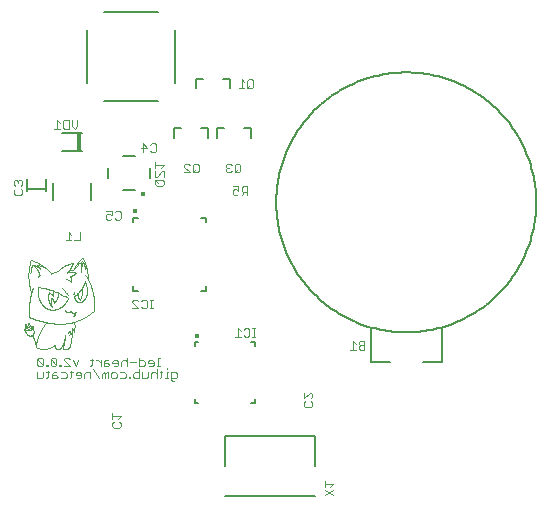
<source format=gbr>
G04 EAGLE Gerber RS-274X export*
G75*
%MOMM*%
%FSLAX34Y34*%
%LPD*%
%AMOC8*
5,1,8,0,0,1.08239X$1,22.5*%
G01*
%ADD10C,0.076200*%
%ADD11C,0.400000*%
%ADD12C,0.127000*%
%ADD13R,0.415000X1.350000*%
%ADD14C,0.100000*%
%ADD15C,0.050000*%
%ADD16R,1.540000X0.250000*%


D10*
X-93355Y-207375D02*
X-94584Y-207375D01*
X-94584Y-214747D01*
X-93355Y-214747D02*
X-95813Y-214747D01*
X-99574Y-214747D02*
X-102031Y-214747D01*
X-99574Y-214747D02*
X-98345Y-213518D01*
X-98345Y-211061D01*
X-99574Y-209832D01*
X-102031Y-209832D01*
X-103260Y-211061D01*
X-103260Y-212290D01*
X-98345Y-212290D01*
X-110744Y-214747D02*
X-110744Y-207375D01*
X-110744Y-214747D02*
X-107058Y-214747D01*
X-105829Y-213518D01*
X-105829Y-211061D01*
X-107058Y-209832D01*
X-110744Y-209832D01*
X-113313Y-211061D02*
X-118228Y-211061D01*
X-120797Y-207375D02*
X-120797Y-214747D01*
X-120797Y-211061D02*
X-122026Y-209832D01*
X-124484Y-209832D01*
X-125712Y-211061D01*
X-125712Y-214747D01*
X-129510Y-214747D02*
X-131968Y-214747D01*
X-129510Y-214747D02*
X-128282Y-213518D01*
X-128282Y-211061D01*
X-129510Y-209832D01*
X-131968Y-209832D01*
X-133196Y-211061D01*
X-133196Y-212290D01*
X-128282Y-212290D01*
X-136994Y-209832D02*
X-139452Y-209832D01*
X-140681Y-211061D01*
X-140681Y-214747D01*
X-136994Y-214747D01*
X-135766Y-213518D01*
X-136994Y-212290D01*
X-140681Y-212290D01*
X-143250Y-214747D02*
X-143250Y-209832D01*
X-145707Y-209832D02*
X-143250Y-212290D01*
X-145707Y-209832D02*
X-146936Y-209832D01*
X-150715Y-208603D02*
X-150715Y-213518D01*
X-151944Y-214747D01*
X-151944Y-209832D02*
X-149487Y-209832D01*
X-161960Y-209832D02*
X-164418Y-214747D01*
X-166875Y-209832D01*
X-169444Y-214747D02*
X-174359Y-214747D01*
X-169444Y-214747D02*
X-174359Y-209832D01*
X-174359Y-208603D01*
X-173131Y-207375D01*
X-170673Y-207375D01*
X-169444Y-208603D01*
X-176929Y-213518D02*
X-176929Y-214747D01*
X-176929Y-213518D02*
X-178157Y-213518D01*
X-178157Y-214747D01*
X-176929Y-214747D01*
X-180671Y-213518D02*
X-180671Y-208603D01*
X-181899Y-207375D01*
X-184357Y-207375D01*
X-185585Y-208603D01*
X-185585Y-213518D01*
X-184357Y-214747D01*
X-181899Y-214747D01*
X-180671Y-213518D01*
X-185585Y-208603D01*
X-188155Y-213518D02*
X-188155Y-214747D01*
X-188155Y-213518D02*
X-189383Y-213518D01*
X-189383Y-214747D01*
X-188155Y-214747D01*
X-191897Y-213518D02*
X-191897Y-208603D01*
X-193126Y-207375D01*
X-195583Y-207375D01*
X-196812Y-208603D01*
X-196812Y-213518D01*
X-195583Y-214747D01*
X-193126Y-214747D01*
X-191897Y-213518D01*
X-196812Y-208603D01*
X-82073Y-227204D02*
X-80845Y-227204D01*
X-82073Y-227204D02*
X-83302Y-225976D01*
X-83302Y-219832D01*
X-79616Y-219832D01*
X-78387Y-221061D01*
X-78387Y-223518D01*
X-79616Y-224747D01*
X-83302Y-224747D01*
X-85871Y-219832D02*
X-87100Y-219832D01*
X-87100Y-224747D01*
X-85871Y-224747D02*
X-88329Y-224747D01*
X-87100Y-217375D02*
X-87100Y-216146D01*
X-92089Y-218603D02*
X-92089Y-223518D01*
X-93318Y-224747D01*
X-93318Y-219832D02*
X-90861Y-219832D01*
X-95850Y-217375D02*
X-95850Y-224747D01*
X-95850Y-221061D02*
X-97079Y-219832D01*
X-99536Y-219832D01*
X-100765Y-221061D01*
X-100765Y-224747D01*
X-103334Y-223518D02*
X-103334Y-219832D01*
X-103334Y-223518D02*
X-104563Y-224747D01*
X-108249Y-224747D01*
X-108249Y-219832D01*
X-110819Y-217375D02*
X-110819Y-224747D01*
X-114505Y-224747D01*
X-115733Y-223518D01*
X-115733Y-221061D01*
X-114505Y-219832D01*
X-110819Y-219832D01*
X-118303Y-223518D02*
X-118303Y-224747D01*
X-118303Y-223518D02*
X-119531Y-223518D01*
X-119531Y-224747D01*
X-118303Y-224747D01*
X-123273Y-219832D02*
X-126960Y-219832D01*
X-123273Y-219832D02*
X-122045Y-221061D01*
X-122045Y-223518D01*
X-123273Y-224747D01*
X-126960Y-224747D01*
X-130758Y-224747D02*
X-133215Y-224747D01*
X-134444Y-223518D01*
X-134444Y-221061D01*
X-133215Y-219832D01*
X-130758Y-219832D01*
X-129529Y-221061D01*
X-129529Y-223518D01*
X-130758Y-224747D01*
X-137013Y-224747D02*
X-137013Y-219832D01*
X-138242Y-219832D01*
X-139470Y-221061D01*
X-139470Y-224747D01*
X-139470Y-221061D02*
X-140699Y-219832D01*
X-141928Y-221061D01*
X-141928Y-224747D01*
X-144497Y-224747D02*
X-149412Y-217375D01*
X-151981Y-219832D02*
X-151981Y-224747D01*
X-151981Y-219832D02*
X-155667Y-219832D01*
X-156896Y-221061D01*
X-156896Y-224747D01*
X-160694Y-224747D02*
X-163152Y-224747D01*
X-160694Y-224747D02*
X-159466Y-223518D01*
X-159466Y-221061D01*
X-160694Y-219832D01*
X-163152Y-219832D01*
X-164380Y-221061D01*
X-164380Y-222290D01*
X-159466Y-222290D01*
X-168178Y-223518D02*
X-168178Y-218603D01*
X-168178Y-223518D02*
X-169407Y-224747D01*
X-169407Y-219832D02*
X-166950Y-219832D01*
X-173168Y-219832D02*
X-176854Y-219832D01*
X-173168Y-219832D02*
X-171939Y-221061D01*
X-171939Y-223518D01*
X-173168Y-224747D01*
X-176854Y-224747D01*
X-180652Y-219832D02*
X-183109Y-219832D01*
X-184338Y-221061D01*
X-184338Y-224747D01*
X-180652Y-224747D01*
X-179423Y-223518D01*
X-180652Y-222290D01*
X-184338Y-222290D01*
X-188136Y-223518D02*
X-188136Y-218603D01*
X-188136Y-223518D02*
X-189365Y-224747D01*
X-189365Y-219832D02*
X-186907Y-219832D01*
X-191897Y-219832D02*
X-191897Y-223518D01*
X-193126Y-224747D01*
X-196812Y-224747D01*
X-196812Y-219832D01*
D11*
X-62000Y-189000D03*
D12*
X-60500Y-194500D02*
X-63500Y-194500D01*
X-63500Y-197500D01*
X-63500Y-242500D02*
X-63500Y-245500D01*
X-60500Y-245500D01*
X-15500Y-245500D02*
X-12500Y-245500D01*
X-12500Y-242500D01*
X-12500Y-197500D02*
X-12500Y-194500D01*
X-15500Y-194500D01*
D10*
X-14781Y-189847D02*
X-12323Y-189847D01*
X-13552Y-189847D02*
X-13552Y-182475D01*
X-12323Y-182475D02*
X-14781Y-182475D01*
X-20999Y-182475D02*
X-22228Y-183703D01*
X-20999Y-182475D02*
X-18541Y-182475D01*
X-17313Y-183703D01*
X-17313Y-188618D01*
X-18541Y-189847D01*
X-20999Y-189847D01*
X-22228Y-188618D01*
X-24797Y-184932D02*
X-27254Y-182475D01*
X-27254Y-189847D01*
X-24797Y-189847D02*
X-29712Y-189847D01*
X-126145Y-263201D02*
X-127373Y-261972D01*
X-126145Y-263201D02*
X-126145Y-265659D01*
X-127373Y-266887D01*
X-132288Y-266887D01*
X-133517Y-265659D01*
X-133517Y-263201D01*
X-132288Y-261972D01*
X-128602Y-259403D02*
X-126145Y-256946D01*
X-133517Y-256946D01*
X-133517Y-259403D02*
X-133517Y-254488D01*
X34915Y-244594D02*
X36143Y-245823D01*
X36143Y-248280D01*
X34915Y-249509D01*
X30000Y-249509D01*
X28771Y-248280D01*
X28771Y-245823D01*
X30000Y-244594D01*
X28771Y-242025D02*
X28771Y-237110D01*
X28771Y-242025D02*
X33686Y-237110D01*
X34915Y-237110D01*
X36143Y-238339D01*
X36143Y-240796D01*
X34915Y-242025D01*
X-101178Y-27223D02*
X-99949Y-25995D01*
X-97491Y-25995D01*
X-96263Y-27223D01*
X-96263Y-32138D01*
X-97491Y-33367D01*
X-99949Y-33367D01*
X-101178Y-32138D01*
X-107433Y-33367D02*
X-107433Y-25995D01*
X-103747Y-29681D01*
X-108662Y-29681D01*
X-129949Y-83195D02*
X-131178Y-84423D01*
X-129949Y-83195D02*
X-127491Y-83195D01*
X-126263Y-84423D01*
X-126263Y-89338D01*
X-127491Y-90567D01*
X-129949Y-90567D01*
X-131178Y-89338D01*
X-133747Y-83195D02*
X-138662Y-83195D01*
X-133747Y-83195D02*
X-133747Y-86881D01*
X-136204Y-85652D01*
X-137433Y-85652D01*
X-138662Y-86881D01*
X-138662Y-89338D01*
X-137433Y-90567D01*
X-134976Y-90567D01*
X-133747Y-89338D01*
X-19013Y-69767D02*
X-19013Y-62395D01*
X-22699Y-62395D01*
X-23928Y-63623D01*
X-23928Y-66081D01*
X-22699Y-67310D01*
X-19013Y-67310D01*
X-21470Y-67310D02*
X-23928Y-69767D01*
X-26497Y-62395D02*
X-31412Y-62395D01*
X-26497Y-62395D02*
X-26497Y-66081D01*
X-28954Y-64852D01*
X-30183Y-64852D01*
X-31412Y-66081D01*
X-31412Y-68538D01*
X-30183Y-69767D01*
X-27726Y-69767D01*
X-26497Y-68538D01*
D12*
X5500Y-76000D02*
X5533Y-73300D01*
X5632Y-70603D01*
X5798Y-67908D01*
X6030Y-65218D01*
X6327Y-62535D01*
X6691Y-59860D01*
X7119Y-57194D01*
X7614Y-54540D01*
X8173Y-51899D01*
X8797Y-49272D01*
X9485Y-46662D01*
X10237Y-44069D01*
X11052Y-41495D01*
X11930Y-38942D01*
X12871Y-36412D01*
X13873Y-33905D01*
X14937Y-31423D01*
X16061Y-28969D01*
X17245Y-26543D01*
X18489Y-24146D01*
X19790Y-21781D01*
X21150Y-19449D01*
X22566Y-17150D01*
X24038Y-14887D01*
X25566Y-12661D01*
X27147Y-10473D01*
X28782Y-8325D01*
X30469Y-6217D01*
X32207Y-4151D01*
X33995Y-2129D01*
X35833Y-151D01*
X37718Y1782D01*
X39651Y3667D01*
X41629Y5505D01*
X43651Y7293D01*
X45717Y9031D01*
X47825Y10718D01*
X49973Y12353D01*
X52161Y13934D01*
X54387Y15462D01*
X56650Y16934D01*
X58949Y18350D01*
X61281Y19710D01*
X63646Y21011D01*
X66043Y22255D01*
X68469Y23439D01*
X70923Y24563D01*
X73405Y25627D01*
X75912Y26629D01*
X78442Y27570D01*
X80995Y28448D01*
X83569Y29263D01*
X86162Y30015D01*
X88772Y30703D01*
X91399Y31327D01*
X94040Y31886D01*
X96694Y32381D01*
X99360Y32809D01*
X102035Y33173D01*
X104718Y33470D01*
X107408Y33702D01*
X110103Y33868D01*
X112800Y33967D01*
X115500Y34000D01*
X118200Y33967D01*
X120897Y33868D01*
X123592Y33702D01*
X126282Y33470D01*
X128965Y33173D01*
X131640Y32809D01*
X134306Y32381D01*
X136960Y31886D01*
X139601Y31327D01*
X142228Y30703D01*
X144838Y30015D01*
X147431Y29263D01*
X150005Y28448D01*
X152558Y27570D01*
X155088Y26629D01*
X157595Y25627D01*
X160077Y24563D01*
X162531Y23439D01*
X164957Y22255D01*
X167354Y21011D01*
X169719Y19710D01*
X172051Y18350D01*
X174350Y16934D01*
X176613Y15462D01*
X178839Y13934D01*
X181027Y12353D01*
X183175Y10718D01*
X185283Y9031D01*
X187349Y7293D01*
X189371Y5505D01*
X191349Y3667D01*
X193282Y1782D01*
X195167Y-151D01*
X197005Y-2129D01*
X198793Y-4151D01*
X200531Y-6217D01*
X202218Y-8325D01*
X203853Y-10473D01*
X205434Y-12661D01*
X206962Y-14887D01*
X208434Y-17150D01*
X209850Y-19449D01*
X211210Y-21781D01*
X212511Y-24146D01*
X213755Y-26543D01*
X214939Y-28969D01*
X216063Y-31423D01*
X217127Y-33905D01*
X218129Y-36412D01*
X219070Y-38942D01*
X219948Y-41495D01*
X220763Y-44069D01*
X221515Y-46662D01*
X222203Y-49272D01*
X222827Y-51899D01*
X223386Y-54540D01*
X223881Y-57194D01*
X224309Y-59860D01*
X224673Y-62535D01*
X224970Y-65218D01*
X225202Y-67908D01*
X225368Y-70603D01*
X225467Y-73300D01*
X225500Y-76000D01*
X225467Y-78700D01*
X225368Y-81397D01*
X225202Y-84092D01*
X224970Y-86782D01*
X224673Y-89465D01*
X224309Y-92140D01*
X223881Y-94806D01*
X223386Y-97460D01*
X222827Y-100101D01*
X222203Y-102728D01*
X221515Y-105338D01*
X220763Y-107931D01*
X219948Y-110505D01*
X219070Y-113058D01*
X218129Y-115588D01*
X217127Y-118095D01*
X216063Y-120577D01*
X214939Y-123031D01*
X213755Y-125457D01*
X212511Y-127854D01*
X211210Y-130219D01*
X209850Y-132551D01*
X208434Y-134850D01*
X206962Y-137113D01*
X205434Y-139339D01*
X203853Y-141527D01*
X202218Y-143675D01*
X200531Y-145783D01*
X198793Y-147849D01*
X197005Y-149871D01*
X195167Y-151849D01*
X193282Y-153782D01*
X191349Y-155667D01*
X189371Y-157505D01*
X187349Y-159293D01*
X185283Y-161031D01*
X183175Y-162718D01*
X181027Y-164353D01*
X178839Y-165934D01*
X176613Y-167462D01*
X174350Y-168934D01*
X172051Y-170350D01*
X169719Y-171710D01*
X167354Y-173011D01*
X164957Y-174255D01*
X162531Y-175439D01*
X160077Y-176563D01*
X157595Y-177627D01*
X155088Y-178629D01*
X152558Y-179570D01*
X150005Y-180448D01*
X147431Y-181263D01*
X144838Y-182015D01*
X142228Y-182703D01*
X139601Y-183327D01*
X136960Y-183886D01*
X134306Y-184381D01*
X131640Y-184809D01*
X128965Y-185173D01*
X126282Y-185470D01*
X123592Y-185702D01*
X120897Y-185868D01*
X118200Y-185967D01*
X115500Y-186000D01*
X112800Y-185967D01*
X110103Y-185868D01*
X107408Y-185702D01*
X104718Y-185470D01*
X102035Y-185173D01*
X99360Y-184809D01*
X96694Y-184381D01*
X94040Y-183886D01*
X91399Y-183327D01*
X88772Y-182703D01*
X86162Y-182015D01*
X83569Y-181263D01*
X80995Y-180448D01*
X78442Y-179570D01*
X75912Y-178629D01*
X73405Y-177627D01*
X70923Y-176563D01*
X68469Y-175439D01*
X66043Y-174255D01*
X63646Y-173011D01*
X61281Y-171710D01*
X58949Y-170350D01*
X56650Y-168934D01*
X54387Y-167462D01*
X52161Y-165934D01*
X49973Y-164353D01*
X47825Y-162718D01*
X45717Y-161031D01*
X43651Y-159293D01*
X41629Y-157505D01*
X39651Y-155667D01*
X37718Y-153782D01*
X35833Y-151849D01*
X33995Y-149871D01*
X32207Y-147849D01*
X30469Y-145783D01*
X28782Y-143675D01*
X27147Y-141527D01*
X25566Y-139339D01*
X24038Y-137113D01*
X22566Y-134850D01*
X21150Y-132551D01*
X19790Y-130219D01*
X18489Y-127854D01*
X17245Y-125457D01*
X16061Y-123031D01*
X14937Y-120577D01*
X13873Y-118095D01*
X12871Y-115588D01*
X11930Y-113058D01*
X11052Y-110505D01*
X10237Y-107931D01*
X9485Y-105338D01*
X8797Y-102728D01*
X8173Y-100101D01*
X7614Y-97460D01*
X7119Y-94806D01*
X6691Y-92140D01*
X6327Y-89465D01*
X6030Y-86782D01*
X5798Y-84092D01*
X5632Y-81397D01*
X5533Y-78700D01*
X5500Y-76000D01*
X85500Y-182000D02*
X85500Y-211000D01*
X145500Y-211000D02*
X145500Y-182000D01*
X101500Y-211000D02*
X85500Y-211000D01*
X129500Y-211000D02*
X145500Y-211000D01*
D10*
X80119Y-200619D02*
X80119Y-193247D01*
X76433Y-193247D01*
X75204Y-194475D01*
X75204Y-195704D01*
X76433Y-196933D01*
X75204Y-198162D01*
X75204Y-199390D01*
X76433Y-200619D01*
X80119Y-200619D01*
X80119Y-196933D02*
X76433Y-196933D01*
X72635Y-195704D02*
X70177Y-193247D01*
X70177Y-200619D01*
X67720Y-200619D02*
X72635Y-200619D01*
D12*
X38100Y-273900D02*
X-38100Y-273900D01*
X-38100Y-324700D02*
X38100Y-324700D01*
X38100Y-299300D02*
X38100Y-273900D01*
X-38100Y-273900D02*
X-38100Y-299300D01*
D10*
X46381Y-319204D02*
X53753Y-324119D01*
X53753Y-319204D02*
X46381Y-324119D01*
X51296Y-316635D02*
X53753Y-314177D01*
X46381Y-314177D01*
X46381Y-311720D02*
X46381Y-316635D01*
D12*
X-113753Y-36888D02*
X-124659Y-36888D01*
X-101375Y-46738D02*
X-101375Y-55263D01*
X-137038Y-55263D02*
X-137038Y-46738D01*
X-124659Y-65113D02*
X-113753Y-65113D01*
D11*
X-107500Y-69000D03*
D10*
X-95838Y-61911D02*
X-90923Y-61911D01*
X-89695Y-60683D01*
X-89695Y-58225D01*
X-90923Y-56997D01*
X-95838Y-56997D01*
X-97067Y-58225D01*
X-97067Y-60683D01*
X-95838Y-61911D01*
X-94610Y-59454D02*
X-97067Y-56997D01*
X-89695Y-54427D02*
X-89695Y-49512D01*
X-90923Y-49512D01*
X-95838Y-54427D01*
X-97067Y-54427D01*
X-97067Y-49512D01*
X-92152Y-46943D02*
X-89695Y-44486D01*
X-97067Y-44486D01*
X-97067Y-46943D02*
X-97067Y-42028D01*
D13*
X-161615Y-25004D03*
D12*
X-159118Y-17634D02*
X-175882Y-17634D01*
X-175882Y-32366D02*
X-159118Y-32366D01*
D10*
X-162881Y-11162D02*
X-162881Y-6247D01*
X-162881Y-11162D02*
X-165338Y-13619D01*
X-167796Y-11162D01*
X-167796Y-6247D01*
X-170365Y-6247D02*
X-170365Y-13619D01*
X-174051Y-13619D01*
X-175280Y-12390D01*
X-175280Y-7475D01*
X-174051Y-6247D01*
X-170365Y-6247D01*
X-177849Y-8704D02*
X-180307Y-6247D01*
X-180307Y-13619D01*
X-182764Y-13619D02*
X-177849Y-13619D01*
D12*
X-52276Y-13396D02*
X-52276Y-21524D01*
X-52276Y-13396D02*
X-57864Y-13396D01*
X-80724Y-13396D02*
X-80724Y-21524D01*
X-80724Y-13396D02*
X-75136Y-13396D01*
D10*
X-60331Y-44425D02*
X-60331Y-49340D01*
X-60331Y-44425D02*
X-61560Y-43197D01*
X-64017Y-43197D01*
X-65246Y-44425D01*
X-65246Y-49340D01*
X-64017Y-50569D01*
X-61560Y-50569D01*
X-60331Y-49340D01*
X-62788Y-48112D02*
X-65246Y-50569D01*
X-67815Y-50569D02*
X-72730Y-50569D01*
X-67815Y-50569D02*
X-72730Y-45654D01*
X-72730Y-44425D01*
X-71501Y-43197D01*
X-69044Y-43197D01*
X-67815Y-44425D01*
D14*
X-156100Y-137100D02*
X-155560Y-137948D01*
X-155040Y-138809D01*
X-154540Y-139681D01*
X-154060Y-140565D01*
X-153601Y-141460D01*
X-153163Y-142365D01*
X-152747Y-143280D01*
X-152351Y-144205D01*
X-151978Y-145139D01*
X-151626Y-146081D01*
X-151296Y-147031D01*
X-150988Y-147988D01*
X-150703Y-148952D01*
X-150440Y-149923D01*
X-150200Y-150900D01*
X-150200Y-150901D02*
X-149917Y-152134D01*
X-149662Y-153374D01*
X-149433Y-154618D01*
X-149232Y-155868D01*
X-149058Y-157121D01*
X-148911Y-158378D01*
X-148792Y-159638D01*
X-148700Y-160900D01*
X-148701Y-160900D02*
X-148647Y-161762D01*
X-148613Y-162625D01*
X-148597Y-163488D01*
X-148600Y-164352D01*
X-148622Y-165215D01*
X-148663Y-166078D01*
X-148722Y-166939D01*
X-148801Y-167799D01*
X-201999Y-152200D02*
X-202325Y-151224D01*
X-202627Y-150241D01*
X-202906Y-149250D01*
X-203160Y-148253D01*
X-203391Y-147250D01*
X-203598Y-146243D01*
X-203780Y-145230D01*
X-203939Y-144213D01*
X-204073Y-143193D01*
X-204182Y-142170D01*
X-204267Y-141145D01*
X-204328Y-140117D01*
X-204364Y-139089D01*
X-204375Y-138060D01*
X-204362Y-137031D01*
X-204324Y-136003D01*
X-204261Y-134976D01*
X-204174Y-133951D01*
X-204063Y-132928D01*
X-203927Y-131908D01*
X-203766Y-130892D01*
X-203582Y-129880D01*
X-203373Y-128872D01*
X-203140Y-127870D01*
X-202884Y-126873D01*
X-202603Y-125883D01*
X-202299Y-124900D01*
X-169000Y-177999D02*
X-167984Y-177775D01*
X-166974Y-177526D01*
X-165969Y-177253D01*
X-164972Y-176957D01*
X-163982Y-176636D01*
X-163000Y-176293D01*
X-162027Y-175926D01*
X-161062Y-175535D01*
X-160107Y-175123D01*
X-159162Y-174687D01*
X-158228Y-174229D01*
X-157305Y-173749D01*
X-156394Y-173247D01*
X-155495Y-172724D01*
X-154608Y-172179D01*
X-153735Y-171614D01*
X-152875Y-171028D01*
X-152030Y-170421D01*
X-151199Y-169795D01*
X-150384Y-169149D01*
X-149584Y-168484D01*
X-148800Y-167800D01*
X-169101Y-178000D02*
X-169793Y-178141D01*
X-170488Y-178266D01*
X-171185Y-178377D01*
X-171885Y-178472D01*
X-172587Y-178552D01*
X-173290Y-178617D01*
X-173995Y-178666D01*
X-174700Y-178700D01*
X-174800Y-178700D02*
X-175436Y-178748D01*
X-176074Y-178783D01*
X-176712Y-178804D01*
X-177350Y-178811D01*
X-177988Y-178804D01*
X-178626Y-178783D01*
X-179264Y-178748D01*
X-179900Y-178700D01*
X-181556Y-178585D01*
X-183208Y-178432D01*
X-184856Y-178240D01*
X-186499Y-178010D01*
X-188137Y-177741D01*
X-189768Y-177435D01*
X-191391Y-177091D01*
X-193006Y-176709D01*
X-194611Y-176289D01*
X-196207Y-175833D01*
X-197791Y-175339D01*
X-199363Y-174809D01*
X-200923Y-174242D01*
X-202469Y-173639D01*
X-204000Y-173000D01*
X-204058Y-171325D01*
X-204077Y-169650D01*
X-204057Y-167975D01*
X-203998Y-166300D01*
X-203900Y-164628D01*
X-203763Y-162958D01*
X-203587Y-161291D01*
X-203373Y-159630D01*
X-203120Y-157973D01*
X-202828Y-156323D01*
X-202499Y-154681D01*
X-202131Y-153046D01*
X-201725Y-151421D01*
X-201281Y-149805D01*
X-200800Y-148200D01*
X-185000Y-136400D02*
X-185488Y-135788D01*
X-185991Y-135188D01*
X-186508Y-134600D01*
X-187039Y-134024D01*
X-187583Y-133462D01*
X-188141Y-132912D01*
X-188711Y-132376D01*
X-189295Y-131854D01*
X-189890Y-131346D01*
X-190498Y-130852D01*
X-191117Y-130373D01*
X-191748Y-129909D01*
X-192389Y-129460D01*
X-193041Y-129027D01*
X-193703Y-128609D01*
X-194375Y-128207D01*
X-195057Y-127822D01*
X-195747Y-127453D01*
X-196446Y-127100D01*
X-197153Y-126764D01*
X-197868Y-126446D01*
X-198591Y-126144D01*
X-199320Y-125860D01*
X-200057Y-125593D01*
X-200799Y-125344D01*
X-201547Y-125113D01*
X-202300Y-124900D01*
X-185000Y-136400D02*
X-184858Y-136299D01*
X-184714Y-136201D01*
X-184568Y-136107D01*
X-184419Y-136017D01*
X-184269Y-135930D01*
X-184116Y-135846D01*
X-183961Y-135767D01*
X-183804Y-135691D01*
X-183646Y-135619D01*
X-183486Y-135550D01*
X-183324Y-135486D01*
X-183161Y-135425D01*
X-182997Y-135368D01*
X-182831Y-135316D01*
X-182664Y-135267D01*
X-182496Y-135222D01*
X-182327Y-135181D01*
X-182157Y-135145D01*
X-181986Y-135112D01*
X-181814Y-135084D01*
X-181642Y-135059D01*
X-181469Y-135039D01*
X-181296Y-135023D01*
X-181122Y-135011D01*
X-180948Y-135003D01*
X-180774Y-134999D01*
X-180600Y-135000D01*
D15*
X-189500Y-131700D02*
X-189810Y-131502D01*
X-190125Y-131312D01*
X-190444Y-131129D01*
X-190768Y-130954D01*
X-191095Y-130787D01*
X-191426Y-130627D01*
X-191762Y-130476D01*
X-192100Y-130332D01*
X-192442Y-130196D01*
X-192787Y-130069D01*
X-193135Y-129950D01*
X-193486Y-129839D01*
X-193839Y-129737D01*
X-194195Y-129643D01*
X-194553Y-129557D01*
X-194913Y-129480D01*
X-195274Y-129412D01*
X-195637Y-129352D01*
X-196001Y-129301D01*
X-196367Y-129259D01*
X-196733Y-129225D01*
X-197100Y-129200D01*
D14*
X-180599Y-135000D02*
X-180023Y-134445D01*
X-179434Y-133903D01*
X-178832Y-133376D01*
X-178217Y-132863D01*
X-177591Y-132364D01*
X-176953Y-131881D01*
X-176303Y-131413D01*
X-175643Y-130961D01*
X-174972Y-130525D01*
X-174291Y-130104D01*
X-173600Y-129700D01*
X-173019Y-129419D01*
X-172431Y-129152D01*
X-171836Y-128900D01*
X-171236Y-128661D01*
X-170630Y-128437D01*
X-170020Y-128227D01*
X-169404Y-128032D01*
X-168784Y-127852D01*
X-168160Y-127686D01*
X-167532Y-127535D01*
X-166900Y-127400D01*
X-167023Y-127811D01*
X-167156Y-128219D01*
X-167298Y-128623D01*
X-167450Y-129025D01*
X-167611Y-129422D01*
X-167782Y-129815D01*
X-167962Y-130205D01*
X-168151Y-130590D01*
X-168350Y-130970D01*
X-168557Y-131345D01*
X-168773Y-131716D01*
X-168998Y-132081D01*
X-169232Y-132441D01*
X-169474Y-132795D01*
X-169725Y-133143D01*
X-169984Y-133485D01*
X-170250Y-133821D01*
X-170525Y-134150D01*
X-170808Y-134473D01*
X-171098Y-134789D01*
X-171395Y-135098D01*
X-171700Y-135400D01*
D15*
X-194500Y-132100D02*
X-194609Y-131911D01*
X-194723Y-131725D01*
X-194842Y-131542D01*
X-194964Y-131362D01*
X-195091Y-131184D01*
X-195223Y-131010D01*
X-195358Y-130839D01*
X-195498Y-130672D01*
X-195641Y-130507D01*
X-195789Y-130347D01*
X-195940Y-130190D01*
X-196095Y-130037D01*
X-196254Y-129887D01*
X-196417Y-129741D01*
X-196583Y-129600D01*
X-196752Y-129462D01*
X-196924Y-129329D01*
X-197100Y-129200D01*
X-171700Y-135400D02*
X-171393Y-135320D01*
X-171085Y-135248D01*
X-170774Y-135183D01*
X-170462Y-135125D01*
X-170149Y-135076D01*
X-169835Y-135034D01*
X-169519Y-135000D01*
X-169203Y-134973D01*
X-168887Y-134954D01*
X-168570Y-134943D01*
X-168253Y-134940D01*
X-167936Y-134944D01*
X-167619Y-134957D01*
X-167302Y-134977D01*
X-166986Y-135004D01*
X-166671Y-135040D01*
X-166357Y-135083D01*
X-166044Y-135133D01*
X-165732Y-135192D01*
X-165422Y-135258D01*
X-165114Y-135331D01*
X-164807Y-135412D01*
X-164502Y-135501D01*
X-164200Y-135597D01*
X-163900Y-135700D01*
X-194500Y-132100D02*
X-194751Y-131875D01*
X-195007Y-131655D01*
X-195268Y-131442D01*
X-195534Y-131235D01*
X-195806Y-131035D01*
X-196081Y-130841D01*
X-196362Y-130653D01*
X-196647Y-130473D01*
X-196936Y-130299D01*
X-197229Y-130132D01*
X-197526Y-129972D01*
X-197826Y-129819D01*
X-198131Y-129674D01*
X-198438Y-129536D01*
X-198749Y-129405D01*
X-199063Y-129281D01*
X-199380Y-129165D01*
X-199699Y-129057D01*
X-200021Y-128956D01*
X-200345Y-128863D01*
X-200671Y-128778D01*
X-201000Y-128700D01*
X-201001Y-128700D02*
X-201169Y-129066D01*
X-201328Y-129435D01*
X-201478Y-129808D01*
X-201618Y-130185D01*
X-201750Y-130565D01*
X-201873Y-130948D01*
X-201986Y-131333D01*
X-202090Y-131722D01*
X-202184Y-132113D01*
X-202269Y-132506D01*
X-202344Y-132901D01*
X-202410Y-133298D01*
X-202466Y-133696D01*
X-202512Y-134095D01*
X-202549Y-134495D01*
X-202576Y-134897D01*
X-202593Y-135298D01*
X-202601Y-135700D01*
X-196200Y-139000D02*
X-196132Y-138897D01*
X-196061Y-138796D01*
X-195987Y-138697D01*
X-195911Y-138600D01*
X-195831Y-138505D01*
X-195749Y-138413D01*
X-195664Y-138323D01*
X-195577Y-138236D01*
X-195487Y-138151D01*
X-195395Y-138069D01*
X-195300Y-137989D01*
X-195203Y-137913D01*
X-195104Y-137839D01*
X-195003Y-137768D01*
X-194900Y-137700D01*
X-194901Y-137700D02*
X-194999Y-137330D01*
X-195105Y-136963D01*
X-195221Y-136598D01*
X-195345Y-136236D01*
X-195478Y-135878D01*
X-195620Y-135522D01*
X-195770Y-135170D01*
X-195928Y-134822D01*
X-196095Y-134478D01*
X-196270Y-134137D01*
X-196453Y-133802D01*
X-196645Y-133470D01*
X-196844Y-133143D01*
X-197051Y-132822D01*
X-197266Y-132505D01*
X-197488Y-132193D01*
X-197717Y-131887D01*
X-197954Y-131587D01*
X-198199Y-131292D01*
X-198450Y-131004D01*
X-198708Y-130721D01*
X-198972Y-130445D01*
X-199244Y-130175D01*
X-199521Y-129912D01*
X-199805Y-129656D01*
X-200096Y-129406D01*
X-200392Y-129164D01*
X-200693Y-128928D01*
X-201001Y-128701D01*
X-169200Y-138400D02*
X-168933Y-138340D01*
X-168668Y-138274D01*
X-168404Y-138201D01*
X-168142Y-138122D01*
X-167882Y-138037D01*
X-167624Y-137946D01*
X-167369Y-137848D01*
X-167116Y-137745D01*
X-166865Y-137636D01*
X-166617Y-137520D01*
X-166372Y-137399D01*
X-166130Y-137272D01*
X-165891Y-137139D01*
X-165655Y-137001D01*
X-165422Y-136857D01*
X-165193Y-136707D01*
X-164968Y-136552D01*
X-164746Y-136392D01*
X-164528Y-136227D01*
X-164315Y-136056D01*
X-164105Y-135881D01*
X-163900Y-135700D01*
X-169199Y-138400D02*
X-169107Y-138529D01*
X-169017Y-138660D01*
X-168930Y-138793D01*
X-168847Y-138928D01*
X-168767Y-139065D01*
X-168691Y-139204D01*
X-168618Y-139345D01*
X-168548Y-139488D01*
X-168482Y-139632D01*
X-168420Y-139778D01*
X-168361Y-139925D01*
X-168306Y-140074D01*
X-168254Y-140224D01*
X-168207Y-140375D01*
X-168162Y-140528D01*
X-168122Y-140681D01*
X-168085Y-140835D01*
X-168053Y-140991D01*
X-168024Y-141147D01*
X-167999Y-141303D01*
X-167977Y-141461D01*
X-167960Y-141618D01*
X-167946Y-141776D01*
X-167937Y-141935D01*
X-167931Y-142093D01*
X-167929Y-142252D01*
X-167931Y-142411D01*
X-167937Y-142569D01*
X-167947Y-142728D01*
X-167960Y-142886D01*
X-167978Y-143043D01*
X-167999Y-143201D01*
X-168000Y-143200D02*
X-168503Y-142885D01*
X-169013Y-142582D01*
X-169529Y-142289D01*
X-170052Y-142008D01*
X-170581Y-141739D01*
X-171115Y-141481D01*
X-171655Y-141235D01*
X-172200Y-141000D01*
D14*
X-169800Y-133299D02*
X-168950Y-133271D01*
X-168100Y-133262D01*
X-167250Y-133271D01*
X-166400Y-133299D01*
D15*
X-175600Y-148700D02*
X-175052Y-149297D01*
X-174519Y-149907D01*
X-173999Y-150529D01*
X-173495Y-151163D01*
X-173005Y-151809D01*
X-172530Y-152466D01*
X-172071Y-153134D01*
X-171628Y-153812D01*
X-171200Y-154500D01*
D14*
X-166400Y-133300D02*
X-166130Y-132690D01*
X-165846Y-132086D01*
X-165547Y-131490D01*
X-165235Y-130900D01*
X-164909Y-130318D01*
X-164569Y-129744D01*
X-164216Y-129178D01*
X-163849Y-128621D01*
X-163470Y-128072D01*
X-163077Y-127533D01*
X-162672Y-127002D01*
X-162255Y-126482D01*
X-161826Y-125971D01*
X-161384Y-125471D01*
X-160931Y-124981D01*
X-160467Y-124502D01*
X-159991Y-124035D01*
X-159505Y-123578D01*
X-159007Y-123133D01*
X-158500Y-122700D01*
X-158109Y-123431D01*
X-157736Y-124171D01*
X-157381Y-124919D01*
X-157043Y-125676D01*
X-156724Y-126440D01*
X-156423Y-127212D01*
X-156140Y-127991D01*
X-155876Y-128776D01*
X-155631Y-129568D01*
X-155405Y-130365D01*
X-155198Y-131167D01*
X-155010Y-131974D01*
X-154841Y-132785D01*
X-154691Y-133600D01*
X-154561Y-134418D01*
X-154451Y-135239D01*
X-154360Y-136063D01*
X-154288Y-136888D01*
X-154236Y-137715D01*
X-154204Y-138543D01*
X-154192Y-139372D01*
X-154200Y-140200D01*
D15*
X-166400Y-133300D02*
X-165840Y-132535D01*
X-165261Y-131784D01*
X-164665Y-131046D01*
X-164051Y-130324D01*
X-163421Y-129615D01*
X-162774Y-128923D01*
X-162110Y-128245D01*
X-161430Y-127584D01*
X-160735Y-126939D01*
X-160025Y-126311D01*
X-159300Y-125700D01*
X-159393Y-125898D01*
X-159481Y-126098D01*
X-159564Y-126301D01*
X-159642Y-126505D01*
X-159716Y-126711D01*
X-159784Y-126919D01*
X-159847Y-127128D01*
X-159905Y-127339D01*
X-159958Y-127551D01*
X-160006Y-127764D01*
X-160049Y-127979D01*
X-160086Y-128194D01*
X-160118Y-128411D01*
X-160145Y-128628D01*
X-160167Y-128845D01*
X-160183Y-129063D01*
X-160194Y-129282D01*
X-160200Y-129500D01*
X-160201Y-129500D02*
X-160026Y-129194D01*
X-159844Y-128893D01*
X-159655Y-128596D01*
X-159459Y-128304D01*
X-159256Y-128016D01*
X-159047Y-127734D01*
X-158830Y-127456D01*
X-158607Y-127184D01*
X-158378Y-126917D01*
X-158143Y-126655D01*
X-157901Y-126400D01*
X-157900Y-126400D02*
X-158141Y-126918D01*
X-158370Y-127443D01*
X-158586Y-127972D01*
X-158790Y-128507D01*
X-158980Y-129046D01*
X-159158Y-129590D01*
X-159322Y-130138D01*
X-159473Y-130689D01*
X-159611Y-131244D01*
X-159736Y-131802D01*
X-159847Y-132363D01*
X-159945Y-132927D01*
X-160029Y-133493D01*
X-160100Y-134060D01*
X-160156Y-134629D01*
X-160200Y-135200D01*
X-156200Y-132601D02*
X-156353Y-131811D01*
X-156523Y-131024D01*
X-156711Y-130242D01*
X-156915Y-129463D01*
X-157136Y-128690D01*
X-157374Y-127921D01*
X-157629Y-127158D01*
X-157900Y-126401D01*
X-165400Y-151700D02*
X-165534Y-151944D01*
X-165663Y-152192D01*
X-165786Y-152442D01*
X-165904Y-152696D01*
X-166015Y-152952D01*
X-166120Y-153210D01*
X-166220Y-153471D01*
X-166313Y-153734D01*
X-166400Y-154000D01*
D14*
X-160800Y-150801D02*
X-160417Y-150327D01*
X-160045Y-149845D01*
X-159684Y-149354D01*
X-159334Y-148855D01*
X-158996Y-148348D01*
X-158671Y-147833D01*
X-158357Y-147311D01*
X-158055Y-146782D01*
X-157766Y-146246D01*
X-157490Y-145703D01*
X-157226Y-145154D01*
X-156975Y-144599D01*
X-156737Y-144038D01*
X-156512Y-143472D01*
X-156300Y-142900D01*
X-160800Y-150800D02*
X-161305Y-151373D01*
X-161824Y-151934D01*
X-162356Y-152482D01*
X-162900Y-153018D01*
X-163457Y-153541D01*
X-164025Y-154051D01*
X-164606Y-154548D01*
X-165197Y-155031D01*
X-165800Y-155500D01*
X-155000Y-148500D02*
X-155108Y-147789D01*
X-155233Y-147080D01*
X-155372Y-146375D01*
X-155527Y-145672D01*
X-155698Y-144973D01*
X-155883Y-144278D01*
X-156084Y-143587D01*
X-156300Y-142900D01*
X-155000Y-148500D02*
X-154980Y-150800D01*
X-155000Y-153100D01*
X-155031Y-153350D01*
X-155068Y-153599D01*
X-155111Y-153847D01*
X-155160Y-154094D01*
X-155215Y-154340D01*
X-155275Y-154585D01*
X-155342Y-154828D01*
X-155414Y-155069D01*
X-155492Y-155309D01*
X-155575Y-155546D01*
X-155665Y-155782D01*
X-155759Y-156015D01*
X-155860Y-156246D01*
X-155965Y-156475D01*
X-156076Y-156701D01*
X-156193Y-156924D01*
X-156315Y-157145D01*
X-156442Y-157362D01*
X-156574Y-157576D01*
X-156711Y-157788D01*
X-156853Y-157996D01*
X-157000Y-158200D01*
X-157001Y-158200D02*
X-157145Y-158353D01*
X-157293Y-158502D01*
X-157445Y-158648D01*
X-157600Y-158790D01*
X-157758Y-158929D01*
X-157920Y-159064D01*
X-158084Y-159195D01*
X-158252Y-159322D01*
X-158422Y-159446D01*
X-158595Y-159565D01*
X-158771Y-159680D01*
X-158950Y-159791D01*
X-159131Y-159898D01*
X-159315Y-160001D01*
X-159500Y-160100D01*
X-159500Y-160099D02*
X-159644Y-160152D01*
X-159789Y-160201D01*
X-159936Y-160247D01*
X-160084Y-160288D01*
X-160232Y-160326D01*
X-160382Y-160361D01*
X-160532Y-160391D01*
X-160683Y-160418D01*
X-160835Y-160441D01*
X-160987Y-160460D01*
X-161140Y-160476D01*
X-161293Y-160488D01*
X-161446Y-160495D01*
X-161600Y-160499D01*
X-161600Y-160501D02*
X-161746Y-160453D01*
X-161890Y-160401D01*
X-162033Y-160346D01*
X-162175Y-160288D01*
X-162315Y-160225D01*
X-162453Y-160160D01*
X-162590Y-160090D01*
X-162725Y-160018D01*
X-162858Y-159942D01*
X-162989Y-159862D01*
X-163118Y-159780D01*
X-163244Y-159694D01*
X-163369Y-159605D01*
X-163492Y-159513D01*
X-163612Y-159418D01*
X-163729Y-159319D01*
X-163844Y-159218D01*
X-163957Y-159114D01*
X-164067Y-159008D01*
X-164174Y-158898D01*
X-164278Y-158786D01*
X-164380Y-158671D01*
X-164478Y-158554D01*
X-164574Y-158434D01*
X-164666Y-158312D01*
X-164756Y-158187D01*
X-164842Y-158061D01*
X-164925Y-157932D01*
X-165004Y-157801D01*
X-165081Y-157668D01*
X-165154Y-157534D01*
X-165224Y-157397D01*
X-165290Y-157259D01*
X-165352Y-157119D01*
X-165412Y-156978D01*
X-165467Y-156835D01*
X-165519Y-156691D01*
X-165567Y-156546D01*
X-165612Y-156399D01*
X-165653Y-156251D01*
X-165690Y-156103D01*
X-165723Y-155953D01*
X-165753Y-155803D01*
X-165779Y-155652D01*
X-165801Y-155500D01*
D15*
X-159099Y-152700D02*
X-159143Y-151399D01*
X-159210Y-150099D01*
X-159299Y-148800D01*
X-159100Y-152700D02*
X-159129Y-153027D01*
X-159166Y-153352D01*
X-159210Y-153677D01*
X-159263Y-154000D01*
X-159324Y-154322D01*
X-159392Y-154643D01*
X-159468Y-154962D01*
X-159552Y-155279D01*
X-159643Y-155593D01*
X-159742Y-155906D01*
X-159849Y-156216D01*
X-159963Y-156523D01*
X-160084Y-156827D01*
X-160213Y-157129D01*
X-160349Y-157427D01*
X-160492Y-157722D01*
X-160642Y-158013D01*
X-160800Y-158300D01*
X-160800Y-158299D02*
X-160921Y-158179D01*
X-161040Y-158056D01*
X-161155Y-157929D01*
X-161267Y-157800D01*
X-161376Y-157669D01*
X-161481Y-157534D01*
X-161584Y-157398D01*
X-161683Y-157258D01*
X-161778Y-157117D01*
X-161870Y-156973D01*
X-161959Y-156826D01*
X-162044Y-156678D01*
X-162125Y-156528D01*
X-162203Y-156376D01*
X-162276Y-156222D01*
X-162346Y-156066D01*
X-162413Y-155908D01*
X-162475Y-155749D01*
X-162533Y-155588D01*
X-162588Y-155427D01*
X-162638Y-155263D01*
X-162685Y-155099D01*
X-162727Y-154933D01*
X-162766Y-154767D01*
X-162800Y-154600D01*
X-162807Y-154400D01*
X-162810Y-154199D01*
X-162808Y-153998D01*
X-162802Y-153798D01*
X-162791Y-153598D01*
X-162775Y-153397D01*
X-162754Y-153198D01*
X-162729Y-152999D01*
X-162700Y-152800D01*
X-164000Y-168600D02*
X-164074Y-168678D01*
X-164150Y-168754D01*
X-164229Y-168827D01*
X-164310Y-168896D01*
X-164394Y-168963D01*
X-164481Y-169027D01*
X-164569Y-169088D01*
X-164659Y-169146D01*
X-164752Y-169201D01*
X-164846Y-169252D01*
X-164942Y-169301D01*
X-165040Y-169345D01*
X-165139Y-169387D01*
X-165239Y-169424D01*
X-165341Y-169459D01*
X-165444Y-169489D01*
X-165548Y-169517D01*
X-165652Y-169540D01*
X-165758Y-169560D01*
X-165864Y-169576D01*
X-165971Y-169588D01*
X-166078Y-169597D01*
X-166185Y-169602D01*
X-166292Y-169603D01*
X-166400Y-169600D01*
X-166509Y-169580D01*
X-166616Y-169557D01*
X-166723Y-169530D01*
X-166828Y-169499D01*
X-166932Y-169464D01*
X-167036Y-169426D01*
X-167137Y-169384D01*
X-167238Y-169339D01*
X-167336Y-169290D01*
X-167433Y-169238D01*
X-167528Y-169183D01*
X-167621Y-169124D01*
X-167712Y-169062D01*
X-167800Y-168997D01*
X-167887Y-168929D01*
X-167970Y-168858D01*
X-168052Y-168784D01*
X-168131Y-168707D01*
X-168206Y-168628D01*
X-168280Y-168546D01*
X-168350Y-168461D01*
X-168417Y-168374D01*
X-168481Y-168285D01*
X-168542Y-168193D01*
X-168600Y-168100D01*
X-168673Y-168180D01*
X-168749Y-168256D01*
X-168827Y-168330D01*
X-168908Y-168401D01*
X-168992Y-168469D01*
X-169078Y-168534D01*
X-169167Y-168596D01*
X-169257Y-168655D01*
X-169350Y-168710D01*
X-169444Y-168762D01*
X-169541Y-168810D01*
X-169639Y-168855D01*
X-169739Y-168896D01*
X-169840Y-168934D01*
X-169942Y-168968D01*
X-170046Y-168998D01*
X-170150Y-169024D01*
X-170256Y-169047D01*
X-170362Y-169065D01*
X-170469Y-169080D01*
X-170576Y-169091D01*
X-170684Y-169098D01*
X-170792Y-169101D01*
X-170900Y-169100D01*
X-170900Y-169099D02*
X-170999Y-169086D01*
X-171097Y-169068D01*
X-171195Y-169047D01*
X-171292Y-169022D01*
X-171388Y-168994D01*
X-171483Y-168962D01*
X-171576Y-168926D01*
X-171668Y-168887D01*
X-171758Y-168844D01*
X-171847Y-168798D01*
X-171934Y-168749D01*
X-172019Y-168697D01*
X-172102Y-168641D01*
X-172183Y-168582D01*
X-172262Y-168520D01*
X-172338Y-168455D01*
X-172412Y-168388D01*
X-172483Y-168317D01*
X-172551Y-168244D01*
X-172617Y-168169D01*
X-172679Y-168091D01*
X-172739Y-168011D01*
X-172796Y-167928D01*
X-172849Y-167844D01*
X-172899Y-167757D01*
X-172946Y-167669D01*
X-172990Y-167579D01*
X-173030Y-167487D01*
X-173066Y-167394D01*
X-173100Y-167300D01*
X-166200Y-171900D02*
X-166107Y-171829D01*
X-166017Y-171754D01*
X-165929Y-171676D01*
X-165844Y-171596D01*
X-165761Y-171512D01*
X-165682Y-171426D01*
X-165605Y-171337D01*
X-165532Y-171246D01*
X-165461Y-171152D01*
X-165394Y-171056D01*
X-165330Y-170958D01*
X-165269Y-170858D01*
X-165212Y-170756D01*
X-165158Y-170651D01*
X-165107Y-170545D01*
X-165061Y-170438D01*
X-165018Y-170329D01*
X-164978Y-170218D01*
X-164942Y-170107D01*
X-164911Y-169994D01*
X-164882Y-169880D01*
X-164858Y-169765D01*
X-164838Y-169650D01*
X-164821Y-169534D01*
X-164809Y-169417D01*
X-164800Y-169300D01*
X-166400Y-169600D02*
X-166350Y-169690D01*
X-166304Y-169783D01*
X-166261Y-169877D01*
X-166221Y-169973D01*
X-166185Y-170070D01*
X-166153Y-170169D01*
X-166125Y-170269D01*
X-166101Y-170369D01*
X-166080Y-170471D01*
X-166063Y-170573D01*
X-166050Y-170676D01*
X-166041Y-170779D01*
X-166036Y-170883D01*
X-166035Y-170986D01*
X-166038Y-171090D01*
X-166045Y-171193D01*
X-166055Y-171296D01*
X-166070Y-171399D01*
X-166088Y-171501D01*
X-166111Y-171602D01*
X-166137Y-171702D01*
X-166167Y-171801D01*
X-166200Y-171899D01*
D14*
X-170800Y-157201D02*
X-172089Y-156388D01*
X-173397Y-155606D01*
X-174724Y-154857D01*
X-176069Y-154140D01*
X-177430Y-153456D01*
X-178808Y-152804D01*
X-180201Y-152187D01*
X-181609Y-151603D01*
X-183030Y-151054D01*
X-184464Y-150540D01*
X-185911Y-150060D01*
X-187368Y-149615D01*
X-188836Y-149206D01*
X-190313Y-148833D01*
X-191799Y-148495D01*
X-193293Y-148194D01*
X-194794Y-147929D01*
X-196300Y-147701D01*
X-175400Y-163599D02*
X-175075Y-163301D01*
X-174756Y-162995D01*
X-174446Y-162682D01*
X-174143Y-162361D01*
X-173848Y-162033D01*
X-173561Y-161697D01*
X-173282Y-161355D01*
X-173012Y-161006D01*
X-172750Y-160651D01*
X-172496Y-160290D01*
X-172252Y-159922D01*
X-172017Y-159549D01*
X-171790Y-159170D01*
X-171573Y-158786D01*
X-171366Y-158396D01*
X-171167Y-158002D01*
X-170979Y-157603D01*
X-170800Y-157199D01*
X-175400Y-163600D02*
X-175656Y-163817D01*
X-175917Y-164027D01*
X-176184Y-164231D01*
X-176455Y-164428D01*
X-176730Y-164619D01*
X-177010Y-164803D01*
X-177295Y-164981D01*
X-177584Y-165151D01*
X-177876Y-165315D01*
X-178173Y-165471D01*
X-178473Y-165620D01*
X-178777Y-165762D01*
X-179084Y-165897D01*
X-179394Y-166024D01*
X-179708Y-166144D01*
X-180024Y-166256D01*
X-180342Y-166360D01*
X-180663Y-166457D01*
X-180986Y-166546D01*
X-181312Y-166627D01*
X-181639Y-166701D01*
X-181968Y-166766D01*
X-182298Y-166823D01*
X-182630Y-166873D01*
X-182962Y-166915D01*
X-183296Y-166948D01*
X-183630Y-166973D01*
X-183965Y-166991D01*
X-184300Y-167000D01*
X-184571Y-166979D01*
X-184843Y-166953D01*
X-185113Y-166919D01*
X-185383Y-166879D01*
X-185652Y-166833D01*
X-185919Y-166780D01*
X-186185Y-166721D01*
X-186450Y-166655D01*
X-186713Y-166583D01*
X-186974Y-166505D01*
X-187233Y-166420D01*
X-187490Y-166330D01*
X-187745Y-166233D01*
X-187998Y-166130D01*
X-188248Y-166020D01*
X-188495Y-165905D01*
X-188739Y-165784D01*
X-188980Y-165658D01*
X-189219Y-165525D01*
X-189454Y-165387D01*
X-189685Y-165243D01*
X-189913Y-165093D01*
X-190138Y-164938D01*
X-190358Y-164778D01*
X-190575Y-164613D01*
X-190787Y-164442D01*
X-190996Y-164266D01*
X-191200Y-164085D01*
X-191400Y-163900D01*
X-191685Y-163605D01*
X-191963Y-163304D01*
X-192234Y-162996D01*
X-192498Y-162682D01*
X-192754Y-162362D01*
X-193002Y-162036D01*
X-193243Y-161704D01*
X-193476Y-161366D01*
X-193700Y-161023D01*
X-193916Y-160675D01*
X-194124Y-160322D01*
X-194324Y-159963D01*
X-194514Y-159601D01*
X-194697Y-159233D01*
X-194870Y-158862D01*
X-195034Y-158486D01*
X-195190Y-158107D01*
X-195336Y-157724D01*
X-195474Y-157337D01*
X-195602Y-156948D01*
X-195720Y-156556D01*
X-195830Y-156160D01*
X-195929Y-155763D01*
X-196020Y-155363D01*
X-196101Y-154961D01*
X-196172Y-154557D01*
X-196234Y-154152D01*
X-196286Y-153745D01*
X-196328Y-153337D01*
X-196361Y-152929D01*
X-196383Y-152519D01*
X-196397Y-152110D01*
X-196400Y-151700D01*
X-196401Y-151701D02*
X-196426Y-151200D01*
X-196441Y-150700D01*
X-196445Y-150199D01*
X-196438Y-149698D01*
X-196420Y-149198D01*
X-196391Y-148698D01*
X-196351Y-148199D01*
X-196301Y-147700D01*
D15*
X-179199Y-153800D02*
X-179264Y-154158D01*
X-179338Y-154515D01*
X-179420Y-154870D01*
X-179511Y-155222D01*
X-179610Y-155573D01*
X-179717Y-155921D01*
X-179832Y-156266D01*
X-179956Y-156609D01*
X-180088Y-156948D01*
X-180228Y-157284D01*
X-180375Y-157617D01*
X-180531Y-157946D01*
X-180694Y-158272D01*
X-180866Y-158593D01*
X-181044Y-158911D01*
X-181231Y-159223D01*
X-181424Y-159532D01*
X-181625Y-159836D01*
X-181833Y-160134D01*
X-182048Y-160428D01*
X-182271Y-160717D01*
X-182499Y-161000D01*
X-182500Y-161000D02*
X-182535Y-160834D01*
X-182574Y-160670D01*
X-182618Y-160507D01*
X-182665Y-160344D01*
X-182716Y-160183D01*
X-182771Y-160023D01*
X-182830Y-159865D01*
X-182892Y-159708D01*
X-182958Y-159553D01*
X-183028Y-159399D01*
X-183102Y-159247D01*
X-183179Y-159096D01*
X-183260Y-158948D01*
X-183345Y-158802D01*
X-183433Y-158657D01*
X-183524Y-158515D01*
X-183619Y-158375D01*
X-183717Y-158238D01*
X-183819Y-158103D01*
X-183923Y-157970D01*
X-184031Y-157840D01*
X-184142Y-157712D01*
X-184256Y-157588D01*
X-184373Y-157466D01*
X-184493Y-157347D01*
X-184615Y-157230D01*
X-184741Y-157117D01*
X-184869Y-157007D01*
X-185000Y-156900D01*
X-184999Y-156900D02*
X-185068Y-157170D01*
X-185130Y-157442D01*
X-185186Y-157716D01*
X-185235Y-157991D01*
X-185277Y-158266D01*
X-185313Y-158543D01*
X-185342Y-158821D01*
X-185364Y-159099D01*
X-185380Y-159378D01*
X-185389Y-159657D01*
X-185391Y-159936D01*
X-185386Y-160215D01*
X-185375Y-160494D01*
X-185357Y-160772D01*
X-185333Y-161050D01*
X-185301Y-161328D01*
X-185263Y-161604D01*
X-185219Y-161880D01*
X-185167Y-162154D01*
X-185110Y-162427D01*
X-185045Y-162699D01*
X-184974Y-162969D01*
X-184897Y-163237D01*
X-184813Y-163503D01*
X-184723Y-163767D01*
X-184626Y-164029D01*
X-184523Y-164288D01*
X-184414Y-164545D01*
X-184299Y-164800D01*
X-184300Y-164800D02*
X-184510Y-164561D01*
X-184714Y-164316D01*
X-184912Y-164067D01*
X-185104Y-163812D01*
X-185290Y-163553D01*
X-185469Y-163290D01*
X-185642Y-163022D01*
X-185808Y-162750D01*
X-185967Y-162475D01*
X-186120Y-162195D01*
X-186266Y-161912D01*
X-186405Y-161625D01*
X-186537Y-161335D01*
X-186662Y-161042D01*
X-186780Y-160746D01*
X-186890Y-160447D01*
X-186993Y-160146D01*
X-187089Y-159842D01*
X-187177Y-159536D01*
X-187258Y-159228D01*
X-187332Y-158918D01*
X-187397Y-158606D01*
X-187455Y-158293D01*
X-187506Y-157978D01*
X-187549Y-157663D01*
X-187584Y-157346D01*
X-187611Y-157028D01*
X-187631Y-156711D01*
X-187643Y-156392D01*
X-187647Y-156074D01*
X-187643Y-155755D01*
X-187632Y-155437D01*
X-187613Y-155119D01*
X-187586Y-154801D01*
X-187552Y-154484D01*
X-187509Y-154169D01*
X-187459Y-153854D01*
X-187402Y-153541D01*
X-187337Y-153229D01*
X-187264Y-152919D01*
X-187183Y-152610D01*
X-187096Y-152304D01*
X-187000Y-152000D01*
X-186661Y-152226D01*
X-186327Y-152460D01*
X-185999Y-152702D01*
X-185677Y-152951D01*
X-185361Y-153208D01*
X-185051Y-153472D01*
X-184748Y-153744D01*
X-184451Y-154023D01*
X-184160Y-154308D01*
X-183877Y-154601D01*
X-183600Y-154900D01*
X-183601Y-154900D02*
X-183549Y-154548D01*
X-183507Y-154195D01*
X-183472Y-153841D01*
X-183446Y-153486D01*
X-183429Y-153131D01*
X-183419Y-152775D01*
X-183419Y-152420D01*
X-183427Y-152064D01*
X-183443Y-151709D01*
X-183468Y-151354D01*
X-183501Y-151000D01*
D14*
X-165600Y-177100D02*
X-165520Y-177664D01*
X-165454Y-178230D01*
X-165402Y-178797D01*
X-165362Y-179366D01*
X-165336Y-179935D01*
X-165323Y-180504D01*
X-165323Y-181074D01*
X-165336Y-181644D01*
X-165363Y-182213D01*
X-165403Y-182781D01*
X-165456Y-183348D01*
X-165522Y-183914D01*
X-165601Y-184478D01*
X-165694Y-185040D01*
X-165800Y-185600D01*
X-165827Y-185454D01*
X-165858Y-185309D01*
X-165893Y-185164D01*
X-165931Y-185020D01*
X-165973Y-184878D01*
X-166018Y-184736D01*
X-166067Y-184596D01*
X-166120Y-184456D01*
X-166175Y-184319D01*
X-166235Y-184182D01*
X-166297Y-184047D01*
X-166363Y-183914D01*
X-166433Y-183782D01*
X-166505Y-183653D01*
X-166581Y-183525D01*
X-166660Y-183399D01*
X-166742Y-183275D01*
X-166827Y-183153D01*
X-166915Y-183033D01*
X-167006Y-182915D01*
X-167100Y-182800D01*
X-167301Y-182000D02*
X-167263Y-182136D01*
X-167229Y-182274D01*
X-167199Y-182413D01*
X-167172Y-182552D01*
X-167150Y-182692D01*
X-167131Y-182833D01*
X-167116Y-182974D01*
X-167105Y-183115D01*
X-167098Y-183257D01*
X-167094Y-183399D01*
X-167095Y-183540D01*
X-167099Y-183682D01*
X-167107Y-183824D01*
X-167119Y-183965D01*
X-167135Y-184106D01*
X-167155Y-184246D01*
X-167179Y-184386D01*
X-167206Y-184525D01*
X-167237Y-184664D01*
X-167272Y-184801D01*
X-167311Y-184938D01*
X-167353Y-185073D01*
X-167399Y-185207D01*
X-167449Y-185340D01*
X-167502Y-185471D01*
X-167559Y-185601D01*
X-167620Y-185730D01*
X-167684Y-185856D01*
X-167751Y-185981D01*
X-167822Y-186104D01*
X-167896Y-186225D01*
X-167973Y-186344D01*
X-168053Y-186461D01*
X-168137Y-186575D01*
X-168224Y-186688D01*
X-168314Y-186797D01*
X-168406Y-186905D01*
X-168502Y-187009D01*
X-168600Y-187112D01*
X-168702Y-187211D01*
X-168805Y-187308D01*
X-168912Y-187401D01*
X-169021Y-187492D01*
X-169132Y-187580D01*
X-169246Y-187665D01*
X-169362Y-187746D01*
X-169480Y-187824D01*
X-169601Y-187900D01*
X-169200Y-187600D02*
X-169180Y-187459D01*
X-169164Y-187318D01*
X-169151Y-187176D01*
X-169142Y-187034D01*
X-169137Y-186891D01*
X-169135Y-186749D01*
X-169137Y-186607D01*
X-169143Y-186464D01*
X-169153Y-186322D01*
X-169166Y-186180D01*
X-169183Y-186039D01*
X-169204Y-185898D01*
X-169228Y-185758D01*
X-169256Y-185618D01*
X-169288Y-185479D01*
X-169323Y-185341D01*
X-169362Y-185204D01*
X-169405Y-185069D01*
X-169451Y-184934D01*
X-169500Y-184800D01*
X-169522Y-184885D01*
X-169547Y-184969D01*
X-169576Y-185052D01*
X-169608Y-185133D01*
X-169643Y-185213D01*
X-169682Y-185292D01*
X-169724Y-185368D01*
X-169769Y-185443D01*
X-169817Y-185516D01*
X-169868Y-185587D01*
X-169922Y-185656D01*
X-169979Y-185723D01*
X-170039Y-185787D01*
X-170101Y-185848D01*
X-170166Y-185907D01*
X-170233Y-185963D01*
X-170302Y-186017D01*
X-170374Y-186067D01*
X-170447Y-186115D01*
X-170523Y-186159D01*
X-170600Y-186200D01*
X-167700Y-185900D02*
X-167683Y-186746D01*
X-167686Y-187592D01*
X-167709Y-188438D01*
X-167751Y-189283D01*
X-167813Y-190127D01*
X-167894Y-190970D01*
X-167995Y-191810D01*
X-168116Y-192647D01*
X-168256Y-193482D01*
X-168416Y-194313D01*
X-168594Y-195140D01*
X-168792Y-195963D01*
X-169009Y-196781D01*
X-169245Y-197593D01*
X-169500Y-198400D01*
X-169499Y-198400D02*
X-169499Y-198401D02*
X-169569Y-198517D01*
X-169641Y-198630D01*
X-169717Y-198742D01*
X-169796Y-198852D01*
X-169878Y-198959D01*
X-169964Y-199064D01*
X-170052Y-199166D01*
X-170143Y-199266D01*
X-170237Y-199363D01*
X-170334Y-199457D01*
X-170434Y-199548D01*
X-170536Y-199636D01*
X-170641Y-199722D01*
X-170748Y-199804D01*
X-170858Y-199883D01*
X-170970Y-199959D01*
X-171083Y-200031D01*
X-171200Y-200101D01*
X-171200Y-200100D02*
X-172075Y-200128D01*
X-172950Y-200138D01*
X-173825Y-200128D01*
X-174700Y-200100D01*
X-174701Y-200100D02*
X-174753Y-200034D01*
X-174803Y-199966D01*
X-174849Y-199895D01*
X-174892Y-199823D01*
X-174932Y-199749D01*
X-174968Y-199672D01*
X-175001Y-199595D01*
X-175030Y-199515D01*
X-175056Y-199435D01*
X-175077Y-199353D01*
X-175095Y-199271D01*
X-175110Y-199188D01*
X-175120Y-199104D01*
X-175126Y-199020D01*
X-175129Y-198936D01*
X-175128Y-198851D01*
X-175123Y-198767D01*
X-175114Y-198683D01*
X-175101Y-198600D01*
X-175100Y-198600D02*
X-174848Y-197721D01*
X-174617Y-196836D01*
X-174407Y-195946D01*
X-174218Y-195052D01*
X-174051Y-194153D01*
X-173905Y-193250D01*
X-173780Y-192345D01*
X-173678Y-191436D01*
X-173597Y-190525D01*
X-173537Y-189613D01*
X-173500Y-188700D01*
X-173552Y-189272D01*
X-173618Y-189842D01*
X-173698Y-190410D01*
X-173791Y-190976D01*
X-173898Y-191540D01*
X-174019Y-192101D01*
X-174154Y-192659D01*
X-174302Y-193214D01*
X-174463Y-193764D01*
X-174638Y-194311D01*
X-174825Y-194853D01*
X-175026Y-195391D01*
X-175240Y-195923D01*
X-175467Y-196451D01*
X-175706Y-196972D01*
X-175958Y-197488D01*
X-176223Y-197997D01*
X-176500Y-198500D01*
X-176585Y-198615D01*
X-176673Y-198727D01*
X-176764Y-198837D01*
X-176858Y-198945D01*
X-176954Y-199050D01*
X-177053Y-199153D01*
X-177155Y-199253D01*
X-177259Y-199351D01*
X-177366Y-199446D01*
X-177475Y-199538D01*
X-177587Y-199627D01*
X-177700Y-199713D01*
X-177816Y-199797D01*
X-177934Y-199877D01*
X-178054Y-199955D01*
X-178176Y-200029D01*
X-178300Y-200100D01*
X-178379Y-200135D01*
X-178460Y-200168D01*
X-178542Y-200197D01*
X-178625Y-200223D01*
X-178709Y-200245D01*
X-178794Y-200264D01*
X-178879Y-200280D01*
X-178966Y-200292D01*
X-179052Y-200300D01*
X-179139Y-200305D01*
X-179226Y-200307D01*
X-179313Y-200305D01*
X-179400Y-200300D01*
X-179510Y-200284D01*
X-179620Y-200264D01*
X-179729Y-200240D01*
X-179837Y-200212D01*
X-179944Y-200180D01*
X-180050Y-200144D01*
X-180154Y-200105D01*
X-180257Y-200062D01*
X-180359Y-200015D01*
X-180458Y-199965D01*
X-180556Y-199911D01*
X-180652Y-199854D01*
X-180745Y-199793D01*
X-180837Y-199729D01*
X-180926Y-199662D01*
X-181013Y-199592D01*
X-181097Y-199518D01*
X-181178Y-199442D01*
X-181257Y-199363D01*
X-181333Y-199281D01*
X-181405Y-199196D01*
X-181475Y-199109D01*
X-181542Y-199020D01*
X-181605Y-198928D01*
X-181665Y-198834D01*
X-181722Y-198738D01*
X-181775Y-198640D01*
X-181824Y-198540D01*
X-181870Y-198438D01*
X-181913Y-198335D01*
X-181951Y-198230D01*
X-181986Y-198124D01*
X-182017Y-198017D01*
X-182045Y-197909D01*
X-182068Y-197800D01*
X-182087Y-197690D01*
X-182103Y-197579D01*
X-182114Y-197468D01*
X-182122Y-197357D01*
X-182126Y-197245D01*
X-182125Y-197134D01*
X-182121Y-197022D01*
X-182113Y-196911D01*
X-182100Y-196800D01*
X-182374Y-197019D01*
X-182652Y-197231D01*
X-182937Y-197437D01*
X-183225Y-197636D01*
X-183519Y-197827D01*
X-183817Y-198012D01*
X-184120Y-198189D01*
X-184426Y-198359D01*
X-184737Y-198522D01*
X-185051Y-198677D01*
X-185369Y-198824D01*
X-185691Y-198964D01*
X-186016Y-199096D01*
X-186344Y-199220D01*
X-186675Y-199336D01*
X-187008Y-199444D01*
X-187344Y-199544D01*
X-187682Y-199636D01*
X-188023Y-199720D01*
X-188365Y-199795D01*
X-188709Y-199863D01*
X-189055Y-199922D01*
X-189402Y-199972D01*
X-189750Y-200015D01*
X-190099Y-200049D01*
X-190448Y-200074D01*
X-190799Y-200091D01*
X-191149Y-200100D01*
X-191500Y-200100D01*
X-191816Y-200105D01*
X-192133Y-200102D01*
X-192450Y-200092D01*
X-192766Y-200074D01*
X-193081Y-200049D01*
X-193396Y-200016D01*
X-193711Y-199976D01*
X-194024Y-199929D01*
X-194336Y-199873D01*
X-194646Y-199811D01*
X-194955Y-199741D01*
X-195262Y-199664D01*
X-195567Y-199579D01*
X-195870Y-199488D01*
X-196171Y-199389D01*
X-196470Y-199283D01*
X-196765Y-199169D01*
X-197058Y-199049D01*
X-197349Y-198922D01*
X-197635Y-198788D01*
X-197919Y-198648D01*
X-198199Y-198500D01*
X-198200Y-198500D02*
X-198076Y-197543D01*
X-197929Y-196589D01*
X-197759Y-195639D01*
X-197567Y-194693D01*
X-197352Y-193752D01*
X-197114Y-192817D01*
X-196854Y-191887D01*
X-196571Y-190964D01*
X-196267Y-190048D01*
X-195940Y-189140D01*
X-195592Y-188239D01*
X-195223Y-187348D01*
X-194832Y-186465D01*
X-194420Y-185592D01*
X-193987Y-184729D01*
X-193534Y-183877D01*
X-193060Y-183036D01*
X-192567Y-182207D01*
X-192053Y-181389D01*
X-191520Y-180585D01*
X-190968Y-179793D01*
X-190397Y-179015D01*
X-189808Y-178250D01*
X-189200Y-177500D01*
X-201500Y-188400D02*
X-201266Y-188724D01*
X-201038Y-189054D01*
X-200819Y-189389D01*
X-200608Y-189730D01*
X-200406Y-190075D01*
X-200211Y-190425D01*
X-200025Y-190779D01*
X-199848Y-191138D01*
X-199679Y-191502D01*
X-199518Y-191869D01*
X-199367Y-192239D01*
X-199225Y-192614D01*
X-199091Y-192991D01*
X-198967Y-193372D01*
X-198852Y-193755D01*
X-198746Y-194141D01*
X-198649Y-194530D01*
X-198561Y-194921D01*
X-198483Y-195313D01*
X-198415Y-195708D01*
X-198356Y-196104D01*
X-198306Y-196501D01*
X-198266Y-196900D01*
X-198235Y-197299D01*
X-198214Y-197699D01*
X-198202Y-198099D01*
X-198200Y-198500D01*
D15*
X-201500Y-188400D02*
X-201405Y-188348D01*
X-201312Y-188292D01*
X-201221Y-188233D01*
X-201132Y-188171D01*
X-201046Y-188106D01*
X-200961Y-188038D01*
X-200879Y-187967D01*
X-200800Y-187893D01*
X-200723Y-187816D01*
X-200649Y-187737D01*
X-200578Y-187655D01*
X-200510Y-187571D01*
X-200444Y-187485D01*
X-200382Y-187396D01*
X-200323Y-187305D01*
X-200267Y-187212D01*
X-200214Y-187117D01*
X-200165Y-187021D01*
X-200119Y-186923D01*
X-200077Y-186823D01*
X-200038Y-186722D01*
X-200002Y-186619D01*
X-199970Y-186516D01*
X-199942Y-186411D01*
X-199918Y-186305D01*
X-199897Y-186199D01*
X-199880Y-186092D01*
X-199866Y-185984D01*
X-199857Y-185876D01*
X-199851Y-185768D01*
X-199849Y-185660D01*
X-199851Y-185551D01*
X-199856Y-185443D01*
X-199866Y-185335D01*
X-199879Y-185227D01*
X-199896Y-185120D01*
X-199916Y-185014D01*
X-199940Y-184908D01*
X-199968Y-184803D01*
X-200000Y-184700D01*
X-201500Y-188400D02*
X-201596Y-188453D01*
X-201695Y-188504D01*
X-201794Y-188550D01*
X-201896Y-188593D01*
X-201999Y-188633D01*
X-202103Y-188669D01*
X-202208Y-188702D01*
X-202315Y-188730D01*
X-202422Y-188755D01*
X-202530Y-188776D01*
X-202639Y-188794D01*
X-202749Y-188807D01*
X-202859Y-188817D01*
X-202969Y-188823D01*
X-203079Y-188825D01*
X-203189Y-188823D01*
X-203299Y-188818D01*
X-203409Y-188808D01*
X-203519Y-188795D01*
X-203628Y-188778D01*
X-203736Y-188757D01*
X-203843Y-188732D01*
X-203950Y-188704D01*
X-204055Y-188672D01*
X-204160Y-188636D01*
X-204263Y-188596D01*
X-204364Y-188554D01*
X-204464Y-188507D01*
X-204562Y-188457D01*
X-204659Y-188404D01*
X-204754Y-188347D01*
X-204846Y-188287D01*
X-204937Y-188224D01*
X-205025Y-188158D01*
X-205110Y-188089D01*
X-205194Y-188016D01*
X-205274Y-187941D01*
X-205353Y-187863D01*
X-205428Y-187783D01*
X-205500Y-187700D01*
X-200000Y-184700D02*
X-200043Y-184503D01*
X-200089Y-184307D01*
X-200141Y-184112D01*
X-200197Y-183918D01*
X-200257Y-183726D01*
X-200322Y-183535D01*
X-200392Y-183346D01*
X-200465Y-183158D01*
X-200543Y-182972D01*
X-200626Y-182788D01*
X-200712Y-182606D01*
X-200803Y-182426D01*
X-200898Y-182249D01*
X-200997Y-182073D01*
X-201100Y-181900D01*
X-207300Y-184300D02*
X-207218Y-184544D01*
X-207130Y-184787D01*
X-207037Y-185027D01*
X-206938Y-185265D01*
X-206834Y-185501D01*
X-206724Y-185734D01*
X-206608Y-185965D01*
X-206488Y-186192D01*
X-206362Y-186417D01*
X-206231Y-186639D01*
X-206095Y-186858D01*
X-205953Y-187074D01*
X-205807Y-187286D01*
X-205656Y-187495D01*
X-205500Y-187700D01*
X-207301Y-184300D02*
X-205731Y-183750D01*
X-204174Y-183167D01*
X-202631Y-182550D01*
X-201101Y-181900D01*
X-200700Y-182799D02*
X-201712Y-183233D01*
X-202733Y-183644D01*
X-203762Y-184033D01*
X-204800Y-184399D01*
X-208200Y-183000D02*
X-206403Y-182384D01*
X-204620Y-181728D01*
X-202852Y-181033D01*
X-201100Y-180300D01*
X-200500Y-180800D02*
X-200477Y-180850D01*
X-200458Y-180901D01*
X-200443Y-180953D01*
X-200432Y-181006D01*
X-200424Y-181060D01*
X-200420Y-181114D01*
X-200421Y-181168D01*
X-200424Y-181223D01*
X-200432Y-181276D01*
X-200444Y-181330D01*
X-200459Y-181382D01*
X-200478Y-181433D01*
X-200501Y-181482D01*
X-200527Y-181530D01*
X-200556Y-181576D01*
X-200589Y-181619D01*
X-200624Y-181660D01*
X-200663Y-181699D01*
X-200704Y-181735D01*
X-200747Y-181767D01*
X-200793Y-181797D01*
X-200841Y-181823D01*
X-200890Y-181846D01*
X-200941Y-181865D01*
X-200993Y-181881D01*
X-201046Y-181892D01*
X-201100Y-181900D01*
X-200500Y-180800D02*
X-200514Y-180753D01*
X-200532Y-180707D01*
X-200553Y-180663D01*
X-200577Y-180621D01*
X-200605Y-180580D01*
X-200635Y-180541D01*
X-200667Y-180505D01*
X-200703Y-180471D01*
X-200740Y-180440D01*
X-200780Y-180411D01*
X-200822Y-180385D01*
X-200865Y-180363D01*
X-200910Y-180343D01*
X-200956Y-180327D01*
X-201003Y-180315D01*
X-201051Y-180305D01*
X-201100Y-180299D01*
X-208200Y-183000D02*
X-208230Y-183051D01*
X-208257Y-183104D01*
X-208280Y-183159D01*
X-208300Y-183215D01*
X-208317Y-183272D01*
X-208329Y-183330D01*
X-208339Y-183389D01*
X-208344Y-183448D01*
X-208346Y-183507D01*
X-208344Y-183567D01*
X-208339Y-183626D01*
X-208329Y-183685D01*
X-208316Y-183743D01*
X-208300Y-183800D01*
X-208270Y-183852D01*
X-208237Y-183901D01*
X-208201Y-183949D01*
X-208163Y-183994D01*
X-208121Y-184037D01*
X-208077Y-184077D01*
X-208031Y-184114D01*
X-207982Y-184148D01*
X-207931Y-184180D01*
X-207879Y-184208D01*
X-207825Y-184233D01*
X-207770Y-184255D01*
X-207713Y-184273D01*
X-207655Y-184288D01*
X-207597Y-184299D01*
X-207538Y-184306D01*
X-207478Y-184310D01*
X-207419Y-184311D01*
X-207359Y-184307D01*
X-207300Y-184300D01*
X-204700Y-178100D02*
X-204646Y-178086D01*
X-204590Y-178075D01*
X-204535Y-178068D01*
X-204479Y-178064D01*
X-204423Y-178065D01*
X-204367Y-178069D01*
X-204311Y-178077D01*
X-204256Y-178089D01*
X-204202Y-178104D01*
X-204149Y-178123D01*
X-204097Y-178145D01*
X-204048Y-178171D01*
X-204000Y-178200D01*
X-204700Y-178100D02*
X-204736Y-178141D01*
X-204769Y-178184D01*
X-204799Y-178229D01*
X-204825Y-178277D01*
X-204848Y-178327D01*
X-204867Y-178377D01*
X-204882Y-178430D01*
X-204893Y-178483D01*
X-204901Y-178537D01*
X-204905Y-178591D01*
X-204904Y-178645D01*
X-204900Y-178700D01*
X-204000Y-178200D02*
X-203824Y-178538D01*
X-203655Y-178880D01*
X-203493Y-179225D01*
X-203339Y-179574D01*
X-203193Y-179926D01*
X-203054Y-180281D01*
X-202923Y-180639D01*
X-202800Y-181000D01*
X-203800Y-181400D02*
X-203912Y-181053D01*
X-204031Y-180708D01*
X-204157Y-180366D01*
X-204291Y-180026D01*
X-204433Y-179690D01*
X-204581Y-179357D01*
X-204737Y-179027D01*
X-204900Y-178700D01*
X-206600Y-179400D02*
X-206450Y-179715D01*
X-206308Y-180033D01*
X-206172Y-180354D01*
X-206043Y-180678D01*
X-205922Y-181005D01*
X-205807Y-181334D01*
X-205700Y-181666D01*
X-205600Y-182000D01*
X-206500Y-182400D02*
X-206601Y-182078D01*
X-206709Y-181759D01*
X-206824Y-181442D01*
X-206946Y-181128D01*
X-207074Y-180817D01*
X-207210Y-180508D01*
X-207352Y-180202D01*
X-207500Y-179900D01*
X-207300Y-179100D02*
X-207258Y-179085D01*
X-207215Y-179073D01*
X-207171Y-179066D01*
X-207127Y-179062D01*
X-207082Y-179061D01*
X-207038Y-179065D01*
X-206994Y-179072D01*
X-206951Y-179082D01*
X-206908Y-179096D01*
X-206867Y-179114D01*
X-206828Y-179135D01*
X-206791Y-179159D01*
X-206755Y-179186D01*
X-206722Y-179216D01*
X-206692Y-179248D01*
X-206664Y-179283D01*
X-206639Y-179320D01*
X-206618Y-179359D01*
X-206600Y-179400D01*
X-207300Y-179100D02*
X-207338Y-179135D01*
X-207373Y-179173D01*
X-207406Y-179213D01*
X-207435Y-179256D01*
X-207461Y-179300D01*
X-207484Y-179347D01*
X-207504Y-179395D01*
X-207520Y-179444D01*
X-207532Y-179494D01*
X-207541Y-179545D01*
X-207546Y-179596D01*
X-207548Y-179648D01*
X-207546Y-179699D01*
X-207540Y-179751D01*
X-207530Y-179801D01*
X-207517Y-179851D01*
X-207500Y-179900D01*
D12*
X-33776Y20476D02*
X-33776Y28604D01*
X-39364Y28604D01*
X-62224Y28604D02*
X-62224Y20476D01*
X-62224Y28604D02*
X-56636Y28604D01*
D10*
X-13963Y26847D02*
X-13963Y21932D01*
X-13963Y26847D02*
X-15191Y28075D01*
X-17649Y28075D01*
X-18878Y26847D01*
X-18878Y21932D01*
X-17649Y20703D01*
X-15191Y20703D01*
X-13963Y21932D01*
X-16420Y23160D02*
X-18878Y20703D01*
X-21447Y25618D02*
X-23904Y28075D01*
X-23904Y20703D01*
X-21447Y20703D02*
X-26362Y20703D01*
D12*
X-16276Y-13396D02*
X-16276Y-21524D01*
X-16276Y-13396D02*
X-21864Y-13396D01*
X-44724Y-13396D02*
X-44724Y-21524D01*
X-44724Y-13396D02*
X-39136Y-13396D01*
D10*
X-24831Y-44425D02*
X-24831Y-49340D01*
X-24831Y-44425D02*
X-26060Y-43197D01*
X-28517Y-43197D01*
X-29746Y-44425D01*
X-29746Y-49340D01*
X-28517Y-50569D01*
X-26060Y-50569D01*
X-24831Y-49340D01*
X-27288Y-48112D02*
X-29746Y-50569D01*
X-32315Y-44425D02*
X-33544Y-43197D01*
X-36001Y-43197D01*
X-37230Y-44425D01*
X-37230Y-45654D01*
X-36001Y-46883D01*
X-34773Y-46883D01*
X-36001Y-46883D02*
X-37230Y-48112D01*
X-37230Y-49340D01*
X-36001Y-50569D01*
X-33544Y-50569D01*
X-32315Y-49340D01*
D12*
X-151500Y-60000D02*
X-151500Y-74000D01*
X-183500Y-74000D02*
X-183500Y-60000D01*
D10*
X-160463Y-100775D02*
X-160463Y-108147D01*
X-165378Y-108147D01*
X-167947Y-103232D02*
X-170404Y-100775D01*
X-170404Y-108147D01*
X-167947Y-108147D02*
X-172862Y-108147D01*
D12*
X-189245Y-66080D02*
X-189245Y-55920D01*
X-205755Y-55920D02*
X-205755Y-66080D01*
D16*
X-197500Y-64750D03*
D10*
X-209575Y-65701D02*
X-210803Y-64472D01*
X-209575Y-65701D02*
X-209575Y-68159D01*
X-210803Y-69387D01*
X-215718Y-69387D01*
X-216947Y-68159D01*
X-216947Y-65701D01*
X-215718Y-64472D01*
X-210803Y-61903D02*
X-209575Y-60674D01*
X-209575Y-58217D01*
X-210803Y-56988D01*
X-212032Y-56988D01*
X-213261Y-58217D01*
X-213261Y-59446D01*
X-213261Y-58217D02*
X-214490Y-56988D01*
X-215718Y-56988D01*
X-216947Y-58217D01*
X-216947Y-60674D01*
X-215718Y-61903D01*
D11*
X-114000Y-83000D03*
D12*
X-112000Y-89000D02*
X-116000Y-89000D01*
X-116000Y-93000D01*
X-116000Y-147000D02*
X-116000Y-151000D01*
X-112000Y-151000D01*
X-54000Y-151000D02*
X-54000Y-147000D01*
X-54000Y-151000D02*
X-58000Y-151000D01*
X-54000Y-93000D02*
X-54000Y-89000D01*
X-58000Y-89000D01*
D10*
X-98923Y-165647D02*
X-101381Y-165647D01*
X-100152Y-165647D02*
X-100152Y-158275D01*
X-98923Y-158275D02*
X-101381Y-158275D01*
X-107599Y-158275D02*
X-108828Y-159503D01*
X-107599Y-158275D02*
X-105141Y-158275D01*
X-103913Y-159503D01*
X-103913Y-164418D01*
X-105141Y-165647D01*
X-107599Y-165647D01*
X-108828Y-164418D01*
X-111397Y-165647D02*
X-116312Y-165647D01*
X-111397Y-165647D02*
X-116312Y-160732D01*
X-116312Y-159503D01*
X-115083Y-158275D01*
X-112626Y-158275D01*
X-111397Y-159503D01*
D12*
X-155000Y25000D02*
X-155000Y70000D01*
X-140000Y85000D02*
X-95000Y85000D01*
X-80000Y70000D02*
X-80000Y25000D01*
X-95000Y10000D02*
X-140000Y10000D01*
M02*

</source>
